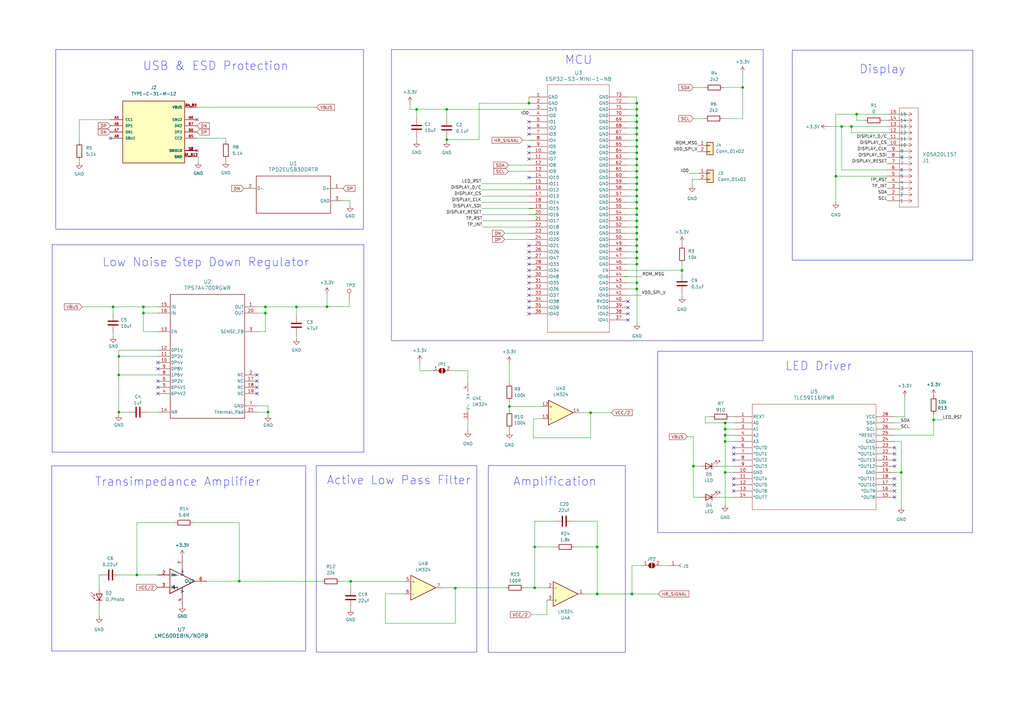
<source format=kicad_sch>
(kicad_sch (version 20230121) (generator eeschema)
  (paper "A3")
  (title_block (title "Optical Pulseoximeter") (date "2024-10-31") (rev "V1") (company "Iiro Karppanen"))
  (junction (at 261.1842 44.864))
  (junction (at 48.7133 153.7904))
  (junction (at 108.8641 128.3904))
  (junction (at 244.9425 243.6133))
  (junction (at 261.1842 105.824))
  (junction (at 56.151 235.821))
  (junction (at 134.1278 125.7657))
  (junction (at 143.8185 238.4423))
  (junction (at 46.3694 125.8588))
  (junction (at 261.1842 80.424))
  (junction (at 297.4097 181.0665))
  (junction (at 121.5838 125.8504))
  (junction (at 351.3375 46.8137))
  (junction (at 183.2333 57.2561))
  (junction (at 261.1842 118.524))
  (junction (at 170.8832 44.8748))
  (junction (at 261.1842 85.504))
  (junction (at 261.1842 57.564))
  (junction (at 261.1842 60.104))
  (junction (at 98.1497 238.361))
  (junction (at 261.1842 115.984))
  (junction (at 261.1842 88.044))
  (junction (at 183.1795 44.8748))
  (junction (at 261.1842 49.944))
  (junction (at 304.582 35.8717))
  (junction (at 382.9143 172.2212))
  (junction (at 48.7586 146.1704))
  (junction (at 297.4166 173.4465))
  (junction (at 219.2905 241.0837))
  (junction (at 261.1842 98.204))
  (junction (at 108.8641 125.8504))
  (junction (at 261.1842 95.664))
  (junction (at 242.2241 169.2515))
  (junction (at 297.4097 178.5265))
  (junction (at 261.1842 72.804))
  (junction (at 109.9353 169.0304))
  (junction (at 261.1842 52.484))
  (junction (at 261.1842 62.644))
  (junction (at 261.1842 82.964))
  (junction (at 261.1842 75.344))
  (junction (at 297.4166 175.9865))
  (junction (at 216.9387 42.324))
  (junction (at 261.1842 55.024))
  (junction (at 208.9278 166.7115))
  (junction (at 244.9425 224.3258))
  (junction (at 284.3879 191.2063))
  (junction (at 261.1842 93.124))
  (junction (at 261.1842 65.184))
  (junction (at 342.8249 72.2525))
  (junction (at 58.8299 125.8504))
  (junction (at 261.1842 77.884))
  (junction (at 186.767 241.2428))
  (junction (at 261.1842 108.364))
  (junction (at 261.1842 42.324))
  (junction (at 58.8299 128.3904))
  (junction (at 219.2905 224.3258))
  (junction (at 279.7257 110.9059))
  (junction (at 261.1842 103.284))
  (junction (at 261.1842 100.744))
  (junction (at 259.2037 243.6133))
  (junction (at 48.7133 169.0369))
  (junction (at 369.6496 193.7665))
  (junction (at 297.4097 193.7665))
  (junction (at 261.1842 67.724))
  (junction (at 261.1842 47.404))
  (junction (at 345.1975 51.8813))
  (junction (at 349.2251 51.8813))
  (junction (at 261.1842 70.264))
  (junction (at 261.1842 90.584))
  (no_connect (at 80.8516 61.7685))
  (no_connect (at 257.5787 123.604))
  (no_connect (at 366.9182 186.1416))
  (no_connect (at 216.9387 110.904))
  (no_connect (at 216.9387 65.184))
  (no_connect (at 216.9387 100.744))
  (no_connect (at 64.7551 156.3304))
  (no_connect (at 300.8782 198.8465))
  (no_connect (at 105.3951 156.3304))
  (no_connect (at 366.9182 203.9333))
  (no_connect (at 64.7551 158.8704))
  (no_connect (at 64.7551 148.7104))
  (no_connect (at 64.7551 161.4104))
  (no_connect (at 216.9387 105.824))
  (no_connect (at 366.9182 198.8465))
  (no_connect (at 366.9182 201.3865))
  (no_connect (at 300.8782 186.1465))
  (no_connect (at 64.7551 151.2504))
  (no_connect (at 366.9182 191.2265))
  (no_connect (at 216.9387 103.284))
  (no_connect (at 366.9182 183.6065))
  (no_connect (at 300.8782 183.6065))
  (no_connect (at 216.9387 72.804))
  (no_connect (at 216.9387 55.024))
  (no_connect (at 216.9387 60.104))
  (no_connect (at 257.5787 131.224))
  (no_connect (at 216.9387 108.364))
  (no_connect (at 105.3951 153.7904))
  (no_connect (at 216.9387 49.944))
  (no_connect (at 216.9387 62.644))
  (no_connect (at 366.9182 196.3065))
  (no_connect (at 300.8782 201.3865))
  (no_connect (at 105.3951 161.4104))
  (no_connect (at 216.9387 113.444))
  (no_connect (at 216.9387 52.484))
  (no_connect (at 105.3951 158.8704))
  (no_connect (at 216.9387 128.684))
  (no_connect (at 80.8516 49.0685))
  (no_connect (at 257.5787 126.144))
  (no_connect (at 216.9387 118.524))
  (no_connect (at 216.9387 123.604))
  (no_connect (at 216.9387 115.984))
  (no_connect (at 45.2916 56.6885))
  (no_connect (at 366.9182 188.6865))
  (no_connect (at 216.9387 126.144))
  (no_connect (at 216.9387 121.064))
  (no_connect (at 257.5787 128.684))
  (no_connect (at 300.8782 188.6865))
  (no_connect (at 300.8782 196.3065))
  (wire (pts (xy 304.582 29.9313) (xy 304.582 35.8717)))
  (wire (pts (xy 196.4965 57.2561) (xy 183.2333 57.2561)))
  (wire (pts (xy 242.2241 169.2515) (xy 250.7478 169.2515)))
  (wire (pts (xy 170.8832 44.8748) (xy 183.1795 44.8748)))
  (wire (pts (xy 242.2241 179.5868) (xy 242.2241 169.2515)))
  (wire (pts (xy 289.2755 173.4465) (xy 297.4166 173.4465)))
  (wire (pts (xy 257.5787 110.9059) (xy 257.5787 110.904)))
  (wire (pts (xy 183.2333 57.2561) (xy 183.2333 57.9183)))
  (wire (pts (xy 185.1187 152.0396) (xy 191.9046 152.0396)))
  (wire (pts (xy 56.151 235.821) (xy 56.151 233.0234)))
  (wire (pts (xy 191.9063 154.758) (xy 191.9063 157.0063)))
  (wire (pts (xy 260.6138 121.064) (xy 257.5787 121.064)))
  (wire (pts (xy 158.065 243.5785) (xy 165.9622 243.5785)))
  (wire (pts (xy 183.2333 56.2725) (xy 183.1963 56.2725)))
  (wire (pts (xy 261.1842 47.404) (xy 261.1842 49.944)))
  (wire (pts (xy 143.5596 82.3656) (xy 140.6714 82.3656)))
  (wire (pts (xy 186.767 241.0431) (xy 181.2022 241.0431)))
  (wire (pts (xy 257.5787 49.944) (xy 261.1842 49.944)))
  (wire (pts (xy 183.1795 44.8748) (xy 183.1795 47.6239)))
  (wire (pts (xy 250.7478 169.2034) (xy 250.7478 169.2515)))
  (wire (pts (xy 143.8185 248.9483) (xy 143.8185 249.916)))
  (wire (pts (xy 208.9278 164.7136) (xy 208.9278 166.7115)))
  (wire (pts (xy 208.8701 148.8274) (xy 208.8701 157.0936)))
  (wire (pts (xy 345.1975 69.6875) (xy 363.8524 69.6875)))
  (wire (pts (xy 297.4097 193.7665) (xy 300.8782 193.7665)))
  (wire (pts (xy 58.8299 125.8504) (xy 46.3694 125.8504)))
  (wire (pts (xy 300.8782 170.8998) (xy 300.8782 170.9065)))
  (wire (pts (xy 207.0132 95.6653) (xy 212.5152 95.6653)))
  (wire (pts (xy 64.7551 143.6304) (xy 48.7586 143.6304)))
  (wire (pts (xy 261.1842 77.884) (xy 261.1842 80.424)))
  (wire (pts (xy 105.3951 128.3904) (xy 108.8641 128.3904)))
  (wire (pts (xy 244.9425 213.744) (xy 244.9425 224.3258)))
  (wire (pts (xy 283.8818 76.14) (xy 283.8818 73.5691)))
  (wire (pts (xy 64.7551 125.8504) (xy 58.8299 125.8504)))
  (wire (pts (xy 108.8641 128.3904) (xy 108.8641 125.8504)))
  (wire (pts (xy 98.1497 238.361) (xy 84.9121 238.361)))
  (wire (pts (xy 197.5134 77.883) (xy 210.9931 77.883)))
  (wire (pts (xy 261.1842 118.524) (xy 257.5787 118.524)))
  (wire (pts (xy 81.3166 64.3085) (xy 80.8516 64.3085)))
  (wire (pts (xy 284.3666 35.9015) (xy 284.3666 35.9029)))
  (wire (pts (xy 274.2179 231.9704) (xy 271.1118 231.9704)))
  (wire (pts (xy 64.5921 235.821) (xy 56.151 235.821)))
  (wire (pts (xy 219.2905 224.3258) (xy 228.0031 224.3258)))
  (wire (pts (xy 283.8818 73.5691) (xy 286.1441 73.5691)))
  (wire (pts (xy 208.8701 157.0936) (xy 208.9133 157.0936)))
  (wire (pts (xy 371.0703 162.7995) (xy 371.0703 170.9065)))
  (wire (pts (xy 244.9425 243.6133) (xy 259.2037 243.6133)))
  (wire (pts (xy 103.0887 316.401) (xy 110.3485 316.401)))
  (wire (pts (xy 47.2087 318.9628) (xy 47.2087 318.9478)))
  (wire (pts (xy 284.3879 203.9416) (xy 286.9263 203.9416)))
  (wire (pts (xy 221.1531 88.044) (xy 216.9387 88.044)))
  (wire (pts (xy 170.8832 48.4341) (xy 170.8798 48.4341)))
  (wire (pts (xy 304.582 35.8717) (xy 304.582 48.6085)))
  (wire (pts (xy 210.9931 77.884) (xy 216.9387 77.884)))
  (wire (pts (xy 279.7389 120.1696) (xy 279.7257 120.1696)))
  (wire (pts (xy 261.1842 103.284) (xy 261.1842 105.824)))
  (wire (pts (xy 47.2087 321.4876) (xy 47.2087 321.4878)))
  (wire (pts (xy 106.3852 238.361) (xy 98.1497 238.361)))
  (wire (pts (xy 44.102 318.9628) (xy 47.2087 318.9628)))
  (wire (pts (xy 143.8185 238.4423) (xy 165.9622 238.4423)))
  (wire (pts (xy 48.7133 153.7904) (xy 48.7133 146.1704)))
  (wire (pts (xy 224.3372 246.1533) (xy 224.3372 252.0633)))
  (wire (pts (xy 261.2556 118.524) (xy 261.1842 118.524)))
  (wire (pts (xy 285.1185 71.0329) (xy 285.1185 71.0291)))
  (wire (pts (xy 261.1842 55.024) (xy 261.1842 57.564)))
  (wire (pts (xy 48.7133 153.7904) (xy 48.7133 169.0369)))
  (wire (pts (xy 304.582 48.6085) (xy 296.4934 48.6085)))
  (wire (pts (xy 257.5787 115.984) (xy 261.1842 115.984)))
  (wire (pts (xy 212.5152 95.6653) (xy 212.5152 95.664)))
  (wire (pts (xy 261.1842 105.824) (xy 261.1842 108.364)))
  (wire (pts (xy 197.8943 93.1111) (xy 199.8206 93.1111)))
  (wire (pts (xy 257.5787 44.864) (xy 261.1842 44.864)))
  (wire (pts (xy 64.7551 153.7904) (xy 48.7133 153.7904)))
  (wire (pts (xy 261.1842 57.564) (xy 261.1842 60.104)))
  (wire (pts (xy 386.5989 172.2212) (xy 386.5989 172.2059)))
  (wire (pts (xy 37.7186 321.4876) (xy 30.8264 321.4876)))
  (wire (pts (xy 216.9387 42.324) (xy 196.4965 42.324)))
  (wire (pts (xy 255.8609 113.4534) (xy 255.8609 113.444)))
  (wire (pts (xy 109.9353 169.0304) (xy 109.9353 170.265)))
  (wire (pts (xy 261.1842 98.204) (xy 261.1842 100.744)))
  (wire (pts (xy 27.1007 321.4801) (xy 30.8264 321.4801)))
  (wire (pts (xy 143.8185 238.4423) (xy 143.8185 241.3283)))
  (wire (pts (xy 109.9353 166.4904) (xy 109.9353 169.0304)))
  (wire (pts (xy 45.3386 321.4876) (xy 47.2087 321.4876)))
  (wire (pts (xy 382.9143 178.5265) (xy 382.9143 172.2212)))
  (wire (pts (xy 105.3951 169.0304) (xy 109.9353 169.0304)))
  (wire (pts (xy 214.3331 57.5556) (xy 218.7564 57.5556)))
  (wire (pts (xy 366.9182 203.9333) (xy 366.9182 203.9265)))
  (wire (pts (xy 103.0887 316.401) (xy 103.0887 316.4078)))
  (wire (pts (xy 216.0731 82.964) (xy 216.9387 82.964)))
  (wire (pts (xy 300.8782 181.0665) (xy 297.4097 181.0665)))
  (wire (pts (xy 257.5787 62.644) (xy 261.1842 62.644)))
  (wire (pts (xy 261.1842 67.724) (xy 261.1842 70.264)))
  (wire (pts (xy 215.0353 241.0837) (xy 215.0353 241.068)))
  (wire (pts (xy 239.5772 243.6133) (xy 244.9425 243.6133)))
  (wire (pts (xy 366.9182 173.4523) (xy 366.9182 173.4465)))
  (wire (pts (xy 183.2333 56.2725) (xy 183.2333 57.2561)))
  (wire (pts (xy 218.7564 57.5556) (xy 218.7564 57.564)))
  (wire (pts (xy 382.9143 172.2212) (xy 382.9143 169.9302)))
  (wire (pts (xy 342.8249 72.2525) (xy 363.8524 72.2525)))
  (wire (pts (xy 261.1842 80.424) (xy 261.1842 82.964)))
  (wire (pts (xy 170.8647 56.0541) (xy 170.8798 56.0541)))
  (wire (pts (xy 369.3801 175.9923) (xy 366.9182 175.9923)))
  (wire (pts (xy 261.1842 44.864) (xy 261.1842 47.404)))
  (wire (pts (xy 110.3485 312.0473) (xy 110.3485 316.401)))
  (wire (pts (xy 58.8299 136.0104) (xy 64.7551 136.0104)))
  (wire (pts (xy 64.7551 128.3904) (xy 58.8299 128.3904)))
  (wire (pts (xy 289.2755 170.8998) (xy 289.2755 173.4465)))
  (wire (pts (xy 168.1659 42.3389) (xy 168.1659 44.8748)))
  (wire (pts (xy 359.4934 51.8937) (xy 359.4934 51.8813)))
  (wire (pts (xy 210.9931 77.883) (xy 210.9931 77.884)))
  (wire (pts (xy 48.7586 146.1704) (xy 64.7551 146.1704)))
  (wire (pts (xy 284.3879 191.2063) (xy 286.8733 191.2063)))
  (wire (pts (xy 56.151 233.0234) (xy 56.1567 233.0234)))
  (wire (pts (xy 304.582 35.8717) (xy 296.7244 35.8717)))
  (wire (pts (xy 257.5787 80.424) (xy 261.1842 80.424)))
  (wire (pts (xy 257.5787 108.364) (xy 261.1842 108.364)))
  (wire (pts (xy 279.7257 110.9059) (xy 279.7257 112.5496)))
  (wire (pts (xy 105.3951 125.8504) (xy 108.8641 125.8504)))
  (wire (pts (xy 206.9606 98.2009) (xy 209.9752 98.2009)))
  (wire (pts (xy 106.3852 238.3706) (xy 106.3852 238.361)))
  (wire (pts (xy 218.6131 85.504) (xy 216.9387 85.504)))
  (wire (pts (xy 359.4934 51.8937) (xy 363.8524 51.8937)))
  (wire (pts (xy 345.1975 51.8813) (xy 339.3612 51.8813)))
  (wire (pts (xy 212.5152 95.664) (xy 216.9387 95.664)))
  (wire (pts (xy 349.2251 51.8813) (xy 345.1975 51.8813)))
  (wire (pts (xy 257.5787 39.784) (xy 261.1842 39.784)))
  (wire (pts (xy 218.6131 85.503) (xy 218.6131 85.504)))
  (wire (pts (xy 257.5787 105.824) (xy 261.1842 105.824)))
  (wire (pts (xy 199.8206 93.124) (xy 216.9387 93.124)))
  (wire (pts (xy 342.8249 72.2525) (xy 342.8249 82.833)))
  (wire (pts (xy 208.9418 176.0327) (xy 208.9278 176.0327)))
  (wire (pts (xy 202.3606 90.584) (xy 216.9387 90.584)))
  (wire (pts (xy 297.4097 178.5265) (xy 297.4097 181.0665)))
  (wire (pts (xy 186.8003 241.068) (xy 186.8003 241.2428)))
  (wire (pts (xy 294.5463 203.9265) (xy 294.5463 203.9416)))
  (wire (pts (xy 369.6496 193.7665) (xy 369.6496 181.0665)))
  (wire (pts (xy 86.8803 44.0175) (xy 129.8929 44.0175)))
  (wire (pts (xy 300.8782 191.2063) (xy 300.8782 191.2265)))
  (wire (pts (xy 217.9286 252.0633) (xy 224.3372 252.0633)))
  (wire (pts (xy 261.1842 85.504) (xy 261.1842 88.044)))
  (wire (pts (xy 208.9278 166.7115) (xy 208.9278 168.4127)))
  (wire (pts (xy 191.9063 172.2463) (xy 191.9063 176.75)))
  (wire (pts (xy 92.6324 66.2123) (xy 92.6335 66.2123)))
  (wire (pts (xy 105.9117 321.687) (xy 105.9117 318.9478)))
  (wire (pts (xy 261.1842 75.344) (xy 261.1842 77.884)))
  (wire (pts (xy 261.1842 39.784) (xy 261.1842 42.324)))
  (wire (pts (xy 257.5787 100.744) (xy 261.1842 100.744)))
  (wire (pts (xy 216.9387 39.784) (xy 216.9387 42.324)))
  (wire (pts (xy 186.767 241.2428) (xy 186.767 255.6768)))
  (wire (pts (xy 187.9021 44.864) (xy 216.9387 44.864)))
  (wire (pts (xy 139.5295 238.4423) (xy 143.8185 238.4423)))
  (wire (pts (xy 170.8832 44.8748) (xy 170.8832 48.4341)))
  (wire (pts (xy 49.1732 235.821) (xy 49.1732 235.8135)))
  (wire (pts (xy 209.9752 98.204) (xy 216.9387 98.204)))
  (wire (pts (xy 296.7244 35.8717) (xy 296.7244 35.9015)))
  (wire (pts (xy 263.4918 231.9448) (xy 259.2037 231.9448)))
  (wire (pts (xy 48.7586 143.6304) (xy 48.7586 146.1704)))
  (wire (pts (xy 165.9622 238.4423) (xy 165.9622 238.5031)))
  (wire (pts (xy 32.5341 65.7912) (xy 32.5274 65.7912)))
  (wire (pts (xy 47.2087 316.4078) (xy 35.0058 316.4078)))
  (wire (pts (xy 33.6724 125.8588) (xy 33.6724 125.8382)))
  (wire (pts (xy 237.6333 169.2515) (xy 242.2241 169.2515)))
  (wire (pts (xy 261.2556 132.5381) (xy 261.2556 118.524)))
  (wire (pts (xy 208.4753 70.2619) (xy 211.0639 70.2619)))
  (wire (pts (xy 369.3801 173.4523) (xy 366.9182 173.4523)))
  (wire (pts (xy 261.1842 72.804) (xy 261.1842 75.344)))
  (wire (pts (xy 257.5787 110.9059) (xy 279.7257 110.9059)))
  (wire (pts (xy 261.1842 115.984) (xy 261.1842 118.524)))
  (wire (pts (xy 40.6624 235.8135) (xy 40.6624 241.0652)))
  (wire (pts (xy 134.1278 120.5199) (xy 134.1278 125.7657)))
  (wire (pts (xy 86.8803 43.9885) (xy 80.8516 43.9885)))
  (wire (pts (xy 168.1659 44.8748) (xy 170.8832 44.8748)))
  (wire (pts (xy 48.6684 169.0369) (xy 48.6684 170.095)))
  (wire (pts (xy 227.6128 213.744) (xy 219.2905 213.744)))
  (wire (pts (xy 300.8782 175.9865) (xy 297.4166 175.9865)))
  (wire (pts (xy 197.5134 82.963) (xy 216.0731 82.963)))
  (wire (pts (xy 158.065 255.6768) (xy 186.767 255.6768)))
  (wire (pts (xy 208.4753 67.7219) (xy 213.6039 67.7219)))
  (wire (pts (xy 261.1842 62.644) (xy 261.1842 65.184)))
  (wire (pts (xy 23.8813 310.6878) (xy 23.8813 316.4266)))
  (wire (pts (xy 45.2916 49.0685) (xy 32.5274 49.0685)))
  (wire (pts (xy 219.2905 241.0837) (xy 224.3372 241.0837)))
  (wire (pts (xy 71.6325 214.3593) (xy 56.1567 214.3593)))
  (wire (pts (xy 257.5787 88.044) (xy 261.1842 88.044)))
  (wire (pts (xy 143.2314 122.6224) (xy 143.2314 125.7657)))
  (wire (pts (xy 285.1185 71.0291) (xy 286.1441 71.0291)))
  (wire (pts (xy 121.6208 138.8796) (xy 121.6208 137.2338)))
  (wire (pts (xy 80.8516 56.6885) (xy 92.6324 56.6885)))
  (wire (pts (xy 196.4965 42.324) (xy 196.4965 57.2561)))
  (wire (pts (xy 219.2905 224.3258) (xy 219.2905 241.0837)))
  (wire (pts (xy 222.3933 171.7915) (xy 218.7641 171.7915)))
  (wire (pts (xy 46.4064 137.9599) (xy 46.4064 136.3141)))
  (wire (pts (xy 221.1531 88.043) (xy 221.1531 88.044)))
  (wire (pts (xy 213.5331 80.423) (xy 213.5331 80.424)))
  (wire (pts (xy 41.5532 235.8135) (xy 40.6624 235.8135)))
  (wire (pts (xy 363.8524 72.2525) (xy 363.8524 72.2137)))
  (wire (pts (xy 108.8641 136.0104) (xy 108.8641 128.3904)))
  (wire (pts (xy 261.1842 93.124) (xy 261.1842 95.664)))
  (wire (pts (xy 216.0731 82.963) (xy 216.0731 82.964)))
  (wire (pts (xy 257.5787 82.964) (xy 261.1842 82.964)))
  (wire (pts (xy 257.5787 67.724) (xy 261.1842 67.724)))
  (wire (pts (xy 211.0639 70.2619) (xy 211.0639 70.264)))
  (wire (pts (xy 244.9425 224.3258) (xy 244.9425 243.6133)))
  (wire (pts (xy 294.4933 191.2063) (xy 300.8782 191.2063)))
  (wire (pts (xy 134.1278 125.7657) (xy 143.2314 125.7657)))
  (wire (pts (xy 23.8813 316.4266) (xy 27.3858 316.4266)))
  (wire (pts (xy 121.6208 137.2338) (xy 121.5838 137.2338)))
  (wire (pts (xy 58.8299 128.3904) (xy 58.8299 136.0104)))
  (wire (pts (xy 261.1842 88.044) (xy 261.1842 90.584)))
  (wire (pts (xy 58.8299 125.8504) (xy 58.8299 128.3904)))
  (wire (pts (xy 257.5787 65.184) (xy 261.1842 65.184)))
  (wire (pts (xy 170.8647 57.8462) (xy 170.8647 56.0541)))
  (wire (pts (xy 218.7564 57.564) (xy 216.9387 57.564)))
  (wire (pts (xy 158.065 243.5785) (xy 158.065 255.6768)))
  (wire (pts (xy 56.1567 214.3593) (xy 56.1567 233.0234)))
  (wire (pts (xy 235.2328 213.744) (xy 244.9425 213.744)))
  (wire (pts (xy 284.3666 48.6085) (xy 284.3666 48.6029)))
  (wire (pts (xy 281.857 179.1064) (xy 284.3879 179.1064)))
  (wire (pts (xy 257.5787 57.564) (xy 261.1842 57.564)))
  (wire (pts (xy 257.5787 75.344) (xy 261.1842 75.344)))
  (wire (pts (xy 257.5787 85.504) (xy 261.1842 85.504)))
  (wire (pts (xy 261.1842 108.364) (xy 261.1842 115.984)))
  (wire (pts (xy 208.9278 164.7136) (xy 208.9133 164.7136)))
  (wire (pts (xy 56.151 235.821) (xy 49.1732 235.821)))
  (wire (pts (xy 371.0703 170.9065) (xy 366.9182 170.9065)))
  (wire (pts (xy 345.1975 69.6875) (xy 345.1975 51.8813)))
  (wire (pts (xy 218.7641 179.5868) (xy 242.2241 179.5868)))
  (wire (pts (xy 259.2037 243.6142) (xy 259.2037 243.6133)))
  (wire (pts (xy 105.9117 318.9478) (xy 103.0887 318.9478)))
  (wire (pts (xy 261.1842 65.184) (xy 261.1842 67.724)))
  (wire (pts (xy 261.1842 52.484) (xy 261.1842 55.024)))
  (wire (pts (xy 81.3166 64.3085) (xy 81.3166 66.4211)))
  (wire (pts (xy 165.9622 243.5785) (xy 165.9622 243.5831)))
  (wire (pts (xy 108.8641 125.8504) (xy 121.5838 125.8504)))
  (wire (pts (xy 261.1842 82.964) (xy 261.1842 85.504)))
  (wire (pts (xy 284.3879 191.2063) (xy 284.3879 203.9416)))
  (wire (pts (xy 363.8524 49.3537) (xy 362.208 49.3537)))
  (wire (pts (xy 369.6496 207.9818) (xy 369.6496 193.7665)))
  (wire (pts (xy 366.9182 186.1416) (xy 366.9182 186.1465)))
  (wire (pts (xy 46.4064 136.3141) (xy 46.3694 136.3141)))
  (wire (pts (xy 32.5341 66.6939) (xy 32.5341 65.7912)))
  (wire (pts (xy 92.6324 65.4275) (xy 92.6324 66.2123)))
  (wire (pts (xy 297.4166 173.4465) (xy 297.4166 175.9865)))
  (wire (pts (xy 191.9046 152.0396) (xy 191.9046 154.758)))
  (wire (pts (xy 351.3375 49.3556) (xy 351.3375 46.8137)))
  (wire (pts (xy 349.2251 54.4337) (xy 349.2251 51.8813)))
  (wire (pts (xy 92.6324 56.6885) (xy 92.6324 57.8075)))
  (wire (pts (xy 30.8264 321.4876) (xy 30.8264 321.4801)))
  (wire (pts (xy 105.3951 166.4904) (xy 109.9353 166.4904)))
  (wire (pts (xy 183.1795 47.6239) (xy 183.1963 47.6239)))
  (wire (pts (xy 257.5787 47.404) (xy 261.1842 47.404)))
  (wire (pts (xy 291.8242 170.8998) (xy 289.2755 170.8998)))
  (wire (pts (xy 342.8249 46.8137) (xy 342.8249 72.2525)))
  (wire (pts (xy 46.3694 125.8588) (xy 46.3694 128.6941)))
  (wire (pts (xy 382.9143 172.2212) (xy 386.5989 172.2212)))
  (wire (pts (xy 261.1842 90.584) (xy 261.1842 93.124)))
  (wire (pts (xy 288.8734 48.6085) (xy 284.3666 48.6085)))
  (wire (pts (xy 213.6039 67.724) (xy 216.9387 67.724)))
  (wire (pts (xy 369.6496 181.0665) (xy 366.9182 181.0665)))
  (wire (pts (xy 199.8206 93.1111) (xy 199.8206 93.124)))
  (wire (pts (xy 257.5787 55.024) (xy 261.1842 55.024)))
  (wire (pts (xy 297.4097 175.9865) (xy 297.4097 178.5265)))
  (wire (pts (xy 46.3694 125.8504) (xy 46.3694 125.8588)))
  (wire (pts (xy 261.1842 60.104) (xy 261.1842 62.644)))
  (wire (pts (xy 121.5838 125.8504) (xy 134.1278 125.8504)))
  (wire (pts (xy 105.3951 136.0104) (xy 108.8641 136.0104)))
  (wire (pts (xy 362.208 49.3537) (xy 362.208 49.3556)))
  (wire (pts (xy 197.5134 80.423) (xy 213.5331 80.423)))
  (wire (pts (xy 284.3879 179.1064) (xy 284.3879 191.2063)))
  (wire (pts (xy 131.9095 238.4423) (xy 123.7292 238.4423)))
  (wire (pts (xy 186.767 241.0431) (xy 186.767 241.2428)))
  (wire (pts (xy 35.0058 316.4078) (xy 35.0058 316.4266)))
  (wire (pts (xy 143.5596 84.2961) (xy 143.5596 82.3656)))
  (wire (pts (xy 261.1842 49.944) (xy 261.1842 52.484)))
  (wire (pts (xy 224.3372 241.0837) (xy 224.3372 241.0733)))
  (wire (pts (xy 259.2037 231.9448) (xy 259.2037 243.6133)))
  (wire (pts (xy 215.5906 75.345) (xy 215.5906 75.344)))
  (wire (pts (xy 261.1842 95.664) (xy 261.1842 98.204)))
  (wire (pts (xy 261.1842 100.744) (xy 261.1842 103.284)))
  (wire (pts (xy 197.8943 90.5711) (xy 202.3606 90.5711)))
  (wire (pts (xy 186.8003 241.2428) (xy 186.767 241.2428)))
  (wire (pts (xy 197.5134 85.503) (xy 218.6131 85.503)))
  (wire (pts (xy 207.4153 241.068) (xy 186.8003 241.068)))
  (wire (pts (xy 46.3694 125.8588) (xy 33.6724 125.8588)))
  (wire (pts (xy 257.5787 103.284) (xy 261.1842 103.284)))
  (wire (pts (xy 187.9021 44.8748) (xy 183.1795 44.8748)))
  (wire (pts (xy 121.5838 125.8504) (xy 121.5838 129.6138)))
  (wire (pts (xy 263.1538 121.0633) (xy 260.6138 121.0633)))
  (wire (pts (xy 271.1118 231.9704) (xy 271.1118 231.9448)))
  (wire (pts (xy 289.1044 35.9015) (xy 284.3666 35.9015)))
  (wire (pts (xy 366.9182 175.9923) (xy 366.9182 175.9865)))
  (wire (pts (xy 297.4097 181.0665) (xy 297.4097 193.7665)))
  (wire (pts (xy 369.6496 193.7665) (xy 366.9182 193.7665)))
  (wire (pts (xy 79.2525 214.3593) (xy 98.1497 214.3593)))
  (wire (pts (xy 257.5787 93.124) (xy 261.1842 93.124)))
  (wire (pts (xy 257.5787 52.484) (xy 261.1842 52.484)))
  (wire (pts (xy 123.7292 238.4423) (xy 123.7292 238.3706)))
  (wire (pts (xy 134.1278 125.7657) (xy 134.1278 125.8504)))
  (wire (pts (xy 279.73 99.6884) (xy 279.73 100.4915)))
  (wire (pts (xy 282.5482 71.0329) (xy 285.1185 71.0329)))
  (wire (pts (xy 123.7292 238.3706) (xy 106.3852 238.3706)))
  (wire (pts (xy 255.8609 113.444) (xy 257.5787 113.444)))
  (wire (pts (xy 48.7133 146.1704) (xy 48.7586 146.1704)))
  (wire (pts (xy 299.4442 170.8998) (xy 300.8782 170.8998)))
  (wire (pts (xy 60.3989 169.0304) (xy 60.3989 169.0369)))
  (wire (pts (xy 279.7389 121.6304) (xy 279.7389 120.1696)))
  (wire (pts (xy 211.0639 70.264) (xy 216.9387 70.264)))
  (wire (pts (xy 48.7133 169.0369) (xy 48.6684 169.0369)))
  (wire (pts (xy 297.4166 175.9865) (xy 297.4097 175.9865)))
  (wire (pts (xy 257.5787 95.664) (xy 261.1842 95.664)))
  (wire (pts (xy 213.5331 80.424) (xy 216.9387 80.424)))
  (wire (pts (xy 218.7641 171.7915) (xy 218.7641 179.5868)))
  (wire (pts (xy 351.3375 46.8137) (xy 342.8249 46.8137)))
  (wire (pts (xy 257.5787 60.104) (xy 261.1842 60.104)))
  (wire (pts (xy 183.1963 47.6239) (xy 183.1963 48.6525)))
  (wire (pts (xy 257.5787 42.324) (xy 261.1842 42.324)))
  (wire (pts (xy 32.5274 49.0685) (xy 32.5274 58.1712)))
  (wire (pts (xy 191.9046 154.758) (xy 191.9063 154.758)))
  (wire (pts (xy 300.8782 203.9265) (xy 294.5463 203.9265)))
  (wire (pts (xy 222.3933 166.7115) (xy 208.9278 166.7115)))
  (wire (pts (xy 363.8524 69.6737) (xy 363.8524 69.6875)))
  (wire (pts (xy 349.2251 51.8813) (xy 359.4934 51.8813)))
  (wire (pts (xy 257.5787 90.584) (xy 261.1842 90.584)))
  (wire (pts (xy 279.73 108.1115) (xy 279.73 110.9059)))
  (wire (pts (xy 197.5134 88.043) (xy 221.1531 88.043)))
  (wire (pts (xy 354.588 49.3556) (xy 351.3375 49.3556)))
  (wire (pts (xy 297.4097 207.1516) (xy 297.4097 193.7665)))
  (wire (pts (xy 263.3788 113.4534) (xy 255.8609 113.4534)))
  (wire (pts (xy 235.6231 224.3258) (xy 244.9425 224.3258)))
  (wire (pts (xy 40.6624 252.8599) (xy 40.6624 248.6852)))
  (wire (pts (xy 257.5787 98.204) (xy 261.1842 98.204)))
  (wire (pts (xy 172.1466 152.0396) (xy 172.1466 148.3585)))
  (wire (pts (xy 177.4987 152.0396) (xy 172.1466 152.0396)))
  (wire (pts (xy 257.5787 77.884) (xy 261.1842 77.884)))
  (wire (pts (xy 213.6039 67.7219) (xy 213.6039 67.724)))
  (wire (pts (xy 300.8782 173.4465) (xy 297.4166 173.4465)))
  (wire (pts (xy 279.73 110.9059) (xy 279.7257 110.9059)))
  (wire (pts (xy 209.9752 98.2009) (xy 209.9752 98.204)))
  (wire (pts (xy 257.5787 72.804) (xy 261.1842 72.804)))
  (wire (pts (xy 349.2251 54.4337) (xy 363.8524 54.4337)))
  (wire (pts (xy 208.9418 177.1667) (xy 208.9418 176.0327)))
  (wire (pts (xy 52.7789 169.0369) (xy 48.7133 169.0369)))
  (wire (pts (xy 219.2905 213.744) (xy 219.2905 224.3258)))
  (wire (pts (xy 215.5906 75.344) (xy 216.9387 75.344)))
  (wire (pts (xy 197.4631 75.345) (xy 215.5906 75.345)))
  (wire (pts (xy 215.0353 241.0837) (xy 219.2905 241.0837)))
  (wire (pts (xy 270.0403 243.6142) (xy 259.2037 243.6142)))
  (wire (pts (xy 64.7551 169.0304) (xy 60.3989 169.0304)))
  (wire (pts (xy 257.5787 70.264) (xy 261.1842 70.264)))
  (wire (pts (xy 261.1842 70.264) (xy 261.1842 72.804)))
  (wire (pts (xy 260.6138 121.0633) (xy 260.6138 121.064)))
  (wire (pts (xy 261.1842 42.324) (xy 261.1842 44.864)))
  (wire (pts (xy 202.3606 90.5711) (xy 202.3606 90.584)))
  (wire (pts (xy 98.1497 214.3593) (xy 98.1497 238.361)))
  (wire (pts (xy 366.9182 178.5265) (xy 382.9143 178.5265)))
  (wire (pts (xy 300.8782 178.5265) (xy 297.4097 178.5265)))
  (wire (pts (xy 187.9021 44.864) (xy 187.9021 44.8748)))
  (wire (pts (xy 86.8803 44.0175) (xy 86.8803 43.9885)))
  (wire (pts (xy 363.8524 46.8137) (xy 351.3375 46.8137)))
  (rectangle (start 324.9383 20.5699) (end 399.0084 106.68))
  (rectangle (start 269.7953 144.0466) (end 398.8396 218.44))
  (rectangle (start 21.2241 191.0834) (end 125.3641 267.0156))
  (rectangle (start 129.7539 191.0421) (end 195.58 267.4461))
  (rectangle (start 21.3819 100.3406) (end 149.2512 185.42))
  (rectangle (start 160.5612 20.32) (end 312.9838 139.7))
  (rectangle (start 22.86 20.3365) (end 149.084 93.98))
  (rectangle (start 200.2897 190.9593) (end 256.495 267.5829))
  (label "VDD_SPI_V" (at 286.1219 62.1984 180))
  (label "DISPLAY_RESET" (at 363.8524 67.1337 180))
  (label "DISPLAY_CLK" (at 197.5134 82.963 180))
  (label "TP_INT" (at 197.8943 93.1111 180))
  (label "SCL" (at 369.3801 175.9923 0))
  (label "IO0" (at 282.5482 71.0329 180))
  (label "SDA" (at 369.3801 173.4523 0))
  (label "DISPLAY_SDI" (at 363.8524 64.5937 180))
  (label "TP_RST" (at 363.8524 74.7537 180))
  (label "DISPLAY_SDI" (at 197.5134 85.503 180))
  (label "LED_RST" (at 386.5989 172.2059 0))
  (label "IO0" (at 216.9387 47.404 180))
  (label "Transimpedance Amplifier" (at 38.8758 200.4882 0) (effects (font (size 3.5 3.5))))
  (label "Active Low Pass Filter" (at 133.9555 199.858 0) (effects (font (size 3.5 3.5))))
  (label "TP_INT" (at 363.8524 77.2937 180))
  (label "Amplification" (at 210.3891 200.4 0) (effects (font (size 3.5 3.5))))
  (label "VDD_SPI_V" (at 263.1538 121.0633 0))
  (label "Low Noise Step Down Regulator" (at 41.8986 110.4546 0) (effects (font (size 3.5 3.5))))
  (label "MCU" (at 231.6133 27.4795 0) (effects (font (size 3.5 3.5))))
  (label "SDA" (at 363.8524 79.8337 180))
  (label "DISPLAY_CS" (at 363.8524 59.5137 180))
  (label "TP_RST" (at 197.8943 90.5711 180))
  (label "DISPLAY_CLK" (at 363.8524 62.0537 180))
  (label "LED Driver" (at 322.0345 153.023 0) (effects (font (size 3.5 3.5))))
  (label "LED_RST" (at 197.4631 75.345 180))
  (label "DISPLAY_CS" (at 197.5134 80.423 180))
  (label "DISPLAY_D{slash}C" (at 363.8524 56.9737 180))
  (label "SCL" (at 363.8524 82.3737 180))
  (label "DISPLAY_RESET" (at 197.5134 88.043 180))
  (label "DISPLAY_D{slash}C" (at 197.5134 77.883 180))
  (label "ROM_MSG" (at 263.3788 113.4534 0))
  (label "USB & ESD Protection" (at 58.5041 29.9527 0) (effects (font (size 3.5 3.5))))
  (label "ROM_MSG" (at 286.1219 59.6584 180))
  (label "Display" (at 352.3993 31.272 0) (effects (font (size 3.5 3.5))))
  (global_label "VBUS" (shape input) (at 281.857 179.1064 180) (property "Intersheetrefs" "${INTERSHEET_REFS}" (effects hide)))
  (global_label "DP" (shape input) (at 80.8516 54.1485 0) (property "Intersheetrefs" "${INTERSHEET_REFS}" (effects hide)))
  (global_label "DN" (shape input) (at 100.0314 77.2856 180) (property "Intersheetrefs" "${INTERSHEET_REFS}" (effects hide)))
  (global_label "DN" (shape input) (at 80.8516 51.6085 0) (property "Intersheetrefs" "${INTERSHEET_REFS}" (effects hide)))
  (global_label "SCL" (shape input) (at 208.4753 70.2619 180) (property "Intersheetrefs" "${INTERSHEET_REFS}" (effects hide)))
  (global_label "VCC{slash}2" (shape input) (at 250.7478 169.2034 0) (property "Intersheetrefs" "${INTERSHEET_REFS}" (effects hide)))
  (global_label "DN" (shape input) (at 207.0132 95.6653 180) (property "Intersheetrefs" "${INTERSHEET_REFS}" (effects hide)))
  (global_label "SCL" (shape input) (at 284.3666 48.6029 180) (property "Intersheetrefs" "${INTERSHEET_REFS}" (effects hide)))
  (global_label "VCC{slash}2" (shape input) (at 217.9286 252.0633 180) (property "Intersheetrefs" "${INTERSHEET_REFS}" (effects hide)))
  (global_label "VCC{slash}2" (shape input) (at 64.5921 240.901 180) (property "Intersheetrefs" "${INTERSHEET_REFS}" (effects hide)))
  (global_label "VBUS" (shape input) (at 129.8929 44.0175 0) (property "Intersheetrefs" "${INTERSHEET_REFS}" (effects hide)))
  (global_label "VCC{slash}2" (shape input) (at 27.1007 321.4801 180) (property "Intersheetrefs" "${INTERSHEET_REFS}" (effects hide)))
  (global_label "DP" (shape input) (at 206.9606 98.2009 180) (property "Intersheetrefs" "${INTERSHEET_REFS}" (effects hide)))
  (global_label "VBUS" (shape input) (at 33.6724 125.8382 180) (property "Intersheetrefs" "${INTERSHEET_REFS}" (effects hide)))
  (global_label "SDA" (shape input) (at 208.4753 67.7219 180) (property "Intersheetrefs" "${INTERSHEET_REFS}" (effects hide)))
  (global_label "HR_SIGNAL" (shape input) (at 270.0403 243.6142 0) (property "Intersheetrefs" "${INTERSHEET_REFS}" (effects hide)))
  (global_label "DN" (shape input) (at 45.2916 54.1485 180) (property "Intersheetrefs" "${INTERSHEET_REFS}" (effects hide)))
  (global_label "DP" (shape input) (at 45.2916 51.6085 180) (property "Intersheetrefs" "${INTERSHEET_REFS}" (effects hide)))
  (global_label "DP" (shape input) (at 140.6714 77.2856 0) (property "Intersheetrefs" "${INTERSHEET_REFS}" (effects hide)))
  (global_label "HR_SIGNAL" (shape input) (at 214.3331 57.5556 180) (property "Intersheetrefs" "${INTERSHEET_REFS}" (effects hide)))
  (global_label "SDA" (shape input) (at 284.3666 35.9029 180) (property "Intersheetrefs" "${INTERSHEET_REFS}" (effects hide)))
  (symbol (lib_id "Device:C") (at 46.3694 132.5041 0) (unit 1)
    (property "Reference" "C5" (at 49.4474 131.2341 0) (effects (justify left)))
    (property "Value" "10uF" (at 49.4474 133.7741 0) (effects (justify left)))
    (property "Footprint" "Capacitor_SMD:C_0402_1005Metric" (effects hide))
  )
  (symbol (lib_id "power:GND") (at 279.7389 121.6304 0) (unit 1)
    (property "Reference" "#PWR05" (effects hide))
    (property "Value" "GND" (at 279.7389 126.9048 0))
  )
  (symbol (lib_id "power:GND") (at 191.9063 176.75 0) (unit 1)
    (property "Reference" "#PWR021" (effects hide))
    (property "Value" "GND" (at 191.9063 181.9932 0))
  )
  (symbol (lib_id "power:GND") (at 121.6208 138.8796 0) (unit 1)
    (property "Reference" "#PWR04" (effects hide))
    (property "Value" "GND" (at 121.6208 143.5692 0))
  )
  (symbol (lib_id "Connector:TestPoint") (at 44.102 318.9628 90) (unit 1)
    (property "Reference" "TP2" (at 39.5363 318.9532 90) (effects (justify left)))
    (property "Value" "TestPoint" (effects hide))
    (property "Footprint" "TestPoint:TestPoint_Pad_D2.0mm" (effects hide))
  )
  (symbol (lib_id "power:+3.3V") (at 371.0703 162.7995 0) (unit 1)
    (property "Reference" "#PWR033" (effects hide))
    (property "Value" "+3.3V" (at 371.0703 158.2088 0))
  )
  (symbol (lib_id "Amplifier_Operational:LM324") (at 231.9572 243.6133 0) (mirror x) (unit 1)
    (property "Reference" "U4" (at 231.9572 253.426 0))
    (property "Value" "LM324" (at 231.9572 250.886 0))
    (property "Footprint" "LM324DR:D14" (effects hide))
    (property "Datasheet" "http://www.ti.com/lit/ds/symlink/lm2902-n.pdf" (effects hide))
  )
  (symbol (lib_id "power:GND") (at 261.2556 132.5381 0) (unit 1)
    (property "Reference" "#PWR027" (effects hide))
    (property "Value" "GND" (at 261.2556 137.8125 0))
  )
  (symbol (lib_id "Jumper:SolderJumper_2_Open") (at 41.5286 321.4876 0) (unit 1)
    (property "Reference" "JP3" (at 41.2496 324.9538 0))
    (property "Value" "SolderJumper_2_Open" (effects hide))
    (property "Footprint" "Jumper:SolderJumper-2_P1.3mm_Open_RoundedPad1.0x1.5mm" (effects hide))
  )
  (symbol (lib_id "power:GND") (at 40.6624 252.8599 0) (unit 1)
    (property "Reference" "#PWR017" (effects hide))
    (property "Value" "GND" (at 40.6624 258.2327 0))
  )
  (symbol (lib_id "power:GND") (at 48.6684 170.095 0) (unit 1)
    (property "Reference" "#PWR09" (effects hide))
    (property "Value" "GND" (at 48.7364 174.2828 0))
  )
  (symbol (lib_id "power:GND") (at 183.2333 57.9183 0) (unit 1)
    (property "Reference" "#PWR06" (effects hide))
    (property "Value" "GND" (at 183.2333 62.6079 0))
  )
  (symbol (lib_id "power:GND") (at 297.4097 207.1516 0) (unit 1)
    (property "Reference" "#PWR030" (effects hide))
    (property "Value" "GND" (at 297.4097 212.2115 0))
  )
  (symbol (lib_id "Device:R") (at 92.6324 61.6175 0) (unit 1)
    (property "Reference" "R8" (at 95.3065 60.3475 0) (effects (justify left)))
    (property "Value" "5.1k" (at 95.3065 62.8875 0) (effects (justify left)))
    (property "Footprint" "Resistor_SMD:R_0402_1005Metric" (effects hide))
  )
  (symbol (lib_id "Device:LED") (at 290.6833 191.2063 180) (unit 1)
    (property "Reference" "D5" (at 290.7536 194.5213 0))
    (property "Value" "LED" (at 290.7536 197.0613 0))
    (property "Footprint" "LED_THT:LED_D3.0mm" (effects hide))
  )
  (symbol (lib_id "power:GND") (at 143.8185 249.916 0) (unit 1)
    (property "Reference" "#PWR043" (effects hide))
    (property "Value" "GND" (at 143.8185 254.1478 0))
  )
  (symbol (lib_id "Device:R") (at 32.5274 61.9812 0) (unit 1)
    (property "Reference" "R5" (at 35.2015 60.7112 0) (effects (justify left)))
    (property "Value" "5.1k" (at 35.2015 63.2512 0) (effects (justify left)))
    (property "Footprint" "Resistor_SMD:R_0402_1005Metric" (effects hide))
  )
  (symbol (lib_id "Device:R") (at 135.7195 238.4423 270) (mirror x) (unit 1)
    (property "Reference" "R12" (at 135.7195 232.41 90))
    (property "Value" "22k" (at 135.7195 234.95 90))
    (property "Footprint" "Resistor_SMD:R_0805_2012Metric" (effects hide))
  )
  (symbol (lib_id "ESP32_S3_MINI_1_N8:ESP32-S3-MINI-1-N8") (at 216.9387 39.784 0) (unit 1)
    (property "Reference" "U3" (at 237.2587 29.9042 0) (effects (font (size 1.524 1.524))))
    (property "Value" "ESP32-S3-MINI-1-N8" (at 237.2587 32.4442 0) (effects (font (size 1.524 1.524))))
    (property "Footprint" "ESP32-S3-MINI-1_EXP" (effects hide))
    (property "Datasheet" "ESP32-S3-MINI-1-N8" (effects hide))
  )
  (symbol (lib_id "power:+3.3V") (at 23.8813 310.6878 0) (unit 1)
    (property "Reference" "#PWR012" (effects hide))
    (property "Value" "+3.3V" (at 23.8813 306.0971 0))
  )
  (symbol (lib_id "power:GND") (at 143.5596 84.2961 0) (unit 1)
    (property "Reference" "#PWR018" (effects hide))
    (property "Value" "GND" (at 143.5596 88.6113 0))
  )
  (symbol (lib_id "Device:R") (at 208.9278 172.2227 0) (mirror y) (unit 1)
    (property "Reference" "R10" (at 210.8221 170.9527 0) (effects (justify right)))
    (property "Value" "100k" (at 210.8221 173.4927 0) (effects (justify right)))
    (property "Footprint" "Resistor_SMD:R_0603_1608Metric" (effects hide))
  )
  (symbol (lib_id "Device:R") (at 292.6834 48.6085 270) (mirror x) (unit 1)
    (property "Reference" "R6" (at 292.6834 42.7162 90))
    (property "Value" "2k2" (at 292.6834 45.2562 90))
    (property "Footprint" "Resistor_SMD:R_0603_1608Metric" (effects hide))
  )
  (symbol (lib_id "Device:R") (at 358.398 49.3556 90) (mirror x) (unit 1)
    (property "Reference" "R1" (at 358.398 43.1819 90))
    (property "Value" "0" (at 358.398 45.7219 90))
    (property "Footprint" "Resistor_SMD:R_0603_1608Metric" (effects hide))
  )
  (symbol (lib_id "X05A20L15T:X05A20L15T") (at 363.8524 82.3737 0) (mirror x) (unit 1)
    (property "Reference" "J1" (at 378.3405 65.8637 0) (effects (font (size 1.524 1.524)) (justify left)))
    (property "Value" "X05A20L15T" (at 378.3405 63.3237 0) (effects (font (size 1.524 1.524)) (justify left)))
    (property "Footprint" "X05A20L15T:CONN_X05A20L15T_XKB" (effects hide))
    (property "Datasheet" "X05A20L15T" (effects hide))
  )
  (symbol (lib_id "power:+3.3V") (at 208.8701 148.8274 0) (unit 1)
    (property "Reference" "#PWR040" (effects hide))
    (property "Value" "+3.3V" (at 208.8701 144.2367 0))
  )
  (symbol (lib_id "power:GND") (at 46.4064 137.9599 0) (unit 1)
    (property "Reference" "#PWR010" (effects hide))
    (property "Value" "GND" (at 46.548 142.0042 0))
  )
  (symbol (lib_id "Amplifier_Operational:LM324") (at 194.4463 164.6263 0) (unit 5)
    (property "Reference" "U4" (at 193.6744 163.3563 0) (effects (justify left)))
    (property "Value" "LM324" (at 193.6744 165.8963 0) (effects (justify left)))
    (property "Footprint" "LM324DR:D14" (effects hide))
    (property "Datasheet" "http://www.ti.com/lit/ds/symlink/lm2902-n.pdf" (effects hide))
  )
  (symbol (lib_id "Jumper:SolderJumper_2_Open") (at 31.1958 316.4266 0) (unit 1)
    (property "Reference" "JP4" (at 30.9168 319.8928 0))
    (property "Value" "SolderJumper_2_Open" (effects hide))
    (property "Footprint" "Jumper:SolderJumper-2_P1.3mm_Open_RoundedPad1.0x1.5mm" (effects hide))
  )
  (symbol (lib_id "power:+3.3V") (at 304.582 29.9313 0) (unit 1)
    (property "Reference" "#PWR011" (effects hide))
    (property "Value" "+3.3V" (at 304.582 25.3406 0))
  )
  (symbol (lib_id "Device:C") (at 121.5838 133.4238 0) (unit 1)
    (property "Reference" "C3" (at 125.73 132.1538 0) (effects (justify left)))
    (property "Value" "47uF" (at 125.73 134.6938 0) (effects (justify left)))
    (property "Footprint" "Capacitor_SMD:C_0603_1608Metric" (effects hide))
  )
  (symbol (lib_id "TPD2EUSB30DRTR:TPD2EUSB30DRTR") (at 120.3514 79.8256 0) (unit 1)
    (property "Reference" "U1" (at 120.3514 67.0213 0) (effects (font (size 1.524 1.524))))
    (property "Value" "TPD2EUSB30DRTR" (at 120.3514 69.5613 0) (effects (font (size 1.524 1.524))))
    (property "Footprint" "TPD2EUSB30DRTR:DRT0003A" (effects hide))
    (property "Datasheet" "TPD2EUSB30DRTR" (effects hide))
  )
  (symbol (lib_id "power:GND") (at 74.7521 248.521 0) (unit 1)
    (property "Reference" "#PWR020" (effects hide))
    (property "Value" "GND" (at 74.7521 252.7528 0))
  )
  (symbol (lib_id "Connector_Generic:Conn_01x02") (at 291.2019 59.6584 0) (unit 1)
    (property "Reference" "J4" (at 293.5152 59.4881 0) (effects (justify left)))
    (property "Value" "Conn_01x02" (at 293.5152 62.0281 0) (effects (justify left)))
    (property "Footprint" "Connector_PinHeader_2.54mm:PinHeader_1x02_P2.54mm_Vertical" (effects hide))
  )
  (symbol (lib_id "TPS7A4700RGWR:TPS7A4700RGWR") (at 64.7551 125.8504 0) (unit 1)
    (property "Reference" "U2" (at 85.0751 115.57 0) (effects (font (size 1.524 1.524))))
    (property "Value" "TPS7A4700RGWR" (at 85.0751 118.11 0) (effects (font (size 1.524 1.524))))
    (property "Footprint" "RGW0020A-IPC_A" (effects hide))
    (property "Datasheet" "TPS7A4700RGWR" (effects hide))
  )
  (symbol (lib_id "power:+3.3V") (at 279.73 99.6884 0) (unit 1)
    (property "Reference" "#PWR02" (effects hide))
    (property "Value" "+3.3V" (at 279.73 95.0977 0))
  )
  (symbol (lib_id "Device:C") (at 183.1963 52.4625 0) (unit 1)
    (property "Reference" "C2" (at 186.9597 51.1925 0) (effects (justify left)))
    (property "Value" "0.1uF" (at 186.9597 53.7325 0) (effects (justify left)))
    (property "Footprint" "Capacitor_SMD:C_0603_1608Metric" (effects hide))
  )
  (symbol (lib_id "power:GND") (at 208.9418 177.1667 0) (unit 1)
    (property "Reference" "#PWR041" (effects hide))
    (property "Value" "GND" (at 208.9418 182.5102 0))
  )
  (symbol (lib_id "Device:R") (at 279.73 104.3015 0) (mirror y) (unit 1)
    (property "Reference" "R3" (at 282.1588 103.0315 0) (effects (justify right)))
    (property "Value" "10k" (at 282.1588 105.5715 0) (effects (justify right)))
    (property "Footprint" "Resistor_SMD:R_0603_1608Metric" (effects hide))
  )
  (symbol (lib_id "Device:C") (at 170.8798 52.2441 0) (unit 1)
    (property "Reference" "C1" (at 174.0776 50.9741 0) (effects (justify left)))
    (property "Value" "10uF" (at 174.0776 53.5141 0) (effects (justify left)))
    (property "Footprint" "Capacitor_SMD:C_0603_1608Metric" (effects hide))
  )
  (symbol (lib_id "Jumper:SolderJumper_2_Open") (at 267.3018 231.9448 0) (unit 1)
    (property "Reference" "JP2" (at 267.2249 229.2918 0))
    (property "Value" "SolderJumper_2_Open" (effects hide))
    (property "Footprint" "Jumper:SolderJumper-2_P1.3mm_Open_RoundedPad1.0x1.5mm" (effects hide))
  )
  (symbol (lib_id "Device:D_Photo") (at 40.6624 243.6052 90) (unit 1)
    (property "Reference" "D2" (at 43.2173 243.2877 90) (effects (justify right)))
    (property "Value" "D_Photo" (at 43.2173 245.8277 90) (effects (justify right)))
    (property "Footprint" "LED_THT:LED_D3.0mm" (effects hide))
  )
  (symbol (lib_id "Device:R") (at 75.4425 214.3593 270) (mirror x) (unit 1)
    (property "Reference" "R14" (at 75.4755 208.7028 90))
    (property "Value" "5.6M" (at 75.4755 211.2428 90))
    (property "Footprint" "Resistor_SMD:R_0805_2012Metric" (effects hide))
  )
  (symbol (lib_id "Device:C") (at 231.4228 213.744 270) (mirror x) (unit 1)
    (property "Reference" "C20" (at 231.4228 206.7699 90))
    (property "Value" "22uF" (at 231.4228 209.3099 90))
    (property "Footprint" "Capacitor_SMD:C_0603_1608Metric" (effects hide))
  )
  (symbol (lib_id "power:GND") (at 92.6335 66.2123 0) (unit 1)
    (property "Reference" "#PWR026" (effects hide))
    (property "Value" "GND" (at 92.6335 70.9019 0))
  )
  (symbol (lib_id "Device:C") (at 56.5889 169.0369 90) (unit 1)
    (property "Reference" "C4" (at 56.5889 162.6878 90))
    (property "Value" "1uF" (at 56.5889 165.2278 90))
    (property "Footprint" "Capacitor_SMD:C_0402_1005Metric" (effects hide))
  )
  (symbol (lib_id "Jumper:SolderJumper_2_Open") (at 181.3087 152.0396 0) (unit 1)
    (property "Reference" "JP1" (at 181.2318 149.3866 0))
    (property "Value" "SolderJumper_2_Open" (effects hide))
    (property "Footprint" "Jumper:SolderJumper-2_P1.3mm_Open_RoundedPad1.0x1.5mm" (effects hide))
  )
  (symbol (lib_id "Device:C") (at 45.3632 235.8135 90) (unit 1)
    (property "Reference" "C6" (at 45.2824 229.0301 90))
    (property "Value" "0.22uF" (at 45.2824 231.5701 90))
    (property "Footprint" "Capacitor_SMD:C_0603_1608Metric" (effects hide))
  )
  (symbol (lib_id "power:+3.3V") (at 172.1466 148.3585 0) (unit 1)
    (property "Reference" "#PWR024" (effects hide))
    (property "Value" "+3.3V" (at 172.1466 143.7678 0))
  )
  (symbol (lib_id "Device:R") (at 231.8131 224.3258 270) (mirror x) (unit 1)
    (property "Reference" "R24" (at 231.8131 218.8976 90))
    (property "Value" "1.8k" (at 231.8131 221.4376 90))
    (property "Footprint" "Resistor_SMD:R_0603_1608Metric" (effects hide))
  )
  (symbol (lib_id "LMC6001BIN_NOPB:LMC6001BIN_NOPB") (at 69.6721 233.281 0) (unit 1)
    (property "Reference" "U7" (at 74.4212 258.2328 0) (effects (font (size 1.524 1.524))))
    (property "Value" "LMC6001BIN/NOPB" (at 74.4212 260.7728 0) (effects (font (size 1.524 1.524))))
    (property "Footprint" "LMC6001BIN_NOPB:DIP794W45P254L959H508Q8" (effects hide))
    (property "Datasheet" "LMC6001BIN/NOPB" (effects hide))
  )
  (symbol (lib_id "power:GND") (at 369.6496 207.9818 0) (unit 1)
    (property "Reference" "#PWR032" (effects hide))
    (property "Value" "GND" (at 369.6496 213.0417 0))
  )
  (symbol (lib_id "Device:R") (at 292.9144 35.9015 270) (mirror x) (unit 1)
    (property "Reference" "R4" (at 292.9144 30.0162 90))
    (property "Value" "2k2" (at 292.9144 32.5562 90))
    (property "Footprint" "Resistor_SMD:R_0603_1608Metric" (effects hide))
  )
  (symbol (lib_id "power:+3.3V") (at 339.3612 51.8813 90) (unit 1)
    (property "Reference" "#PWR015" (effects hide))
    (property "Value" "+3.3V" (at 333.3042 51.9682 90))
  )
  (symbol (lib_id "power:GND") (at 342.8249 82.833 0) (unit 1)
    (property "Reference" "#PWR016" (effects hide))
    (property "Value" "GND" (at 342.8249 88.1066 0))
  )
  (symbol (lib_id "Device:R") (at 211.2253 241.068 270) (mirror x) (unit 1)
    (property "Reference" "R23" (at 211.2253 235.6231 90))
    (property "Value" "100R" (at 211.2253 238.1631 90))
    (property "Footprint" "Resistor_SMD:R_0603_1608Metric" (effects hide))
  )
  (symbol (lib_id "power:+3.3V") (at 134.1278 120.5199 0) (unit 1)
    (property "Reference" "#PWR07" (effects hide))
    (property "Value" "+3.3V" (at 134.1278 115.9292 0))
  )
  (symbol (lib_id "power:GND") (at 170.8647 57.8462 0) (unit 1)
    (property "Reference" "#PWR01" (effects hide))
    (property "Value" "GND" (at 170.8647 62.5358 0))
  )
  (symbol (lib_id "power:GND") (at 105.9117 321.687 0) (unit 1)
    (property "Reference" "#PWR022" (effects hide))
    (property "Value" "GND" (at 105.9117 325.9188 0))
  )
  (symbol (lib_id "Device:R") (at 208.9133 160.9036 0) (mirror y) (unit 1)
    (property "Reference" "R9" (at 210.8221 159.6336 0) (effects (justify right)))
    (property "Value" "100k" (at 210.8221 162.1736 0) (effects (justify right)))
    (property "Footprint" "Resistor_SMD:R_0603_1608Metric" (effects hide))
  )
  (symbol (lib_id "power:+3.3V") (at 382.9143 162.3102 0) (unit 1)
    (property "Reference" "#PWR034" (effects hide))
    (property "Value" "+3.3V" (at 382.9143 157.7195 0))
  )
  (symbol (lib_id "Connector:Conn_01x01_Socket") (at 279.2979 231.9704 0) (unit 1)
    (property "Reference" "J5" (at 280.1025 232.1954 0) (effects (justify left)))
    (property "Value" "Conn_01x01_Socket" (effects hide))
    (property "Footprint" "Connector_PinHeader_2.54mm:PinHeader_1x01_P2.54mm_Vertical" (effects hide))
  )
  (symbol (lib_id "Connector_Generic:Conn_01x02") (at 291.2241 71.0291 0) (unit 1)
    (property "Reference" "J3" (at 294.3121 71.0291 0) (effects (justify left)))
    (property "Value" "Conn_01x02" (at 294.3121 73.5691 0) (effects (justify left)))
    (property "Footprint" "Connector_PinHeader_2.54mm:PinHeader_1x02_P2.54mm_Vertical" (effects hide))
  )
  (symbol (lib_id "Connector:TestPoint") (at 110.3485 312.0473 0) (unit 1)
    (property "Reference" "TP1" (at 109.1769 306.5035 0) (effects (justify left)))
    (property "Value" "TestPoint" (effects hide))
    (property "Footprint" "TestPoint:TestPoint_Pad_D2.0mm" (effects hide))
  )
  (symbol (lib_id "power:GND") (at 283.8818 76.14 0) (unit 1)
    (property "Reference" "#PWR014" (effects hide))
    (property "Value" "GND" (at 283.8818 81.4144 0))
  )
  (symbol (lib_id "TLC59116IPWR:TLC59116IPWR") (at 300.8782 170.9065 0) (unit 1)
    (property "Reference" "U5" (at 333.8982 160.5721 0) (effects (font (size 1.524 1.524))))
    (property "Value" "TLC59116IPWR" (at 333.8982 163.1121 0) (effects (font (size 1.524 1.524))))
    (property "Footprint" "PW28" (effects hide))
    (property "Datasheet" "TLC59116IPWR" (effects hide))
  )
  (symbol (lib_id "Connector:TestPoint") (at 143.2314 122.6224 0) (unit 1)
    (property "Reference" "TP3" (at 142.0598 117.0786 0) (effects (justify left)))
    (property "Value" "TestPoint" (effects hide))
    (property "Footprint" "TestPoint:TestPoint_Pad_D2.0mm" (effects hide))
  )
  (symbol (lib_id "Device:R") (at 382.9143 166.1202 0) (mirror x) (unit 1)
    (property "Reference" "R13" (at 386.499 167.3566 0))
    (property "Value" "10k" (at 386.499 164.8166 0))
    (property "Footprint" "Resistor_SMD:R_0603_1608Metric" (effects hide))
  )
  (symbol (lib_id "Amplifier_Operational:LM324") (at 173.5822 241.0431 0) (unit 2)
    (property "Reference" "U4" (at 173.5822 231.14 0))
    (property "Value" "LM324" (at 173.5822 233.68 0))
    (property "Footprint" "LM324DR:D14" (effects hide))
    (property "Datasheet" "http://www.ti.com/lit/ds/symlink/lm2902-n.pdf" (effects hide))
  )
  (symbol (lib_id "power:GND") (at 109.9353 170.265 0) (unit 1)
    (property "Reference" "#PWR08" (effects hide))
    (property "Value" "GND" (at 109.9807 174.3915 0))
  )
  (symbol (lib_id "TYPE-C-31-M-12:TYPE-C-31-M-12") (at 63.0716 54.1485 0) (unit 1)
    (property "Reference" "J2" (at 63.0716 35.9204 0))
    (property "Value" "TYPE-C-31-M-12" (at 63.0716 38.4604 0))
    (property "Footprint" "TYPE-C-31-M-12:TYPE-C-31-M-12" (effects hide))
    (property "MF" "HRO Electronics Co., Ltd." (effects hide))
    (property "MAXIMUM_PACKAGE_HEIGHT" "3.26 mm" (effects hide))
    (property "Package" "Package" (effects hide))
    (property "Price" "None" (effects hide))
    (property "Check_prices" "https://www.snapeda.com/parts/TYPE-C-31-M-12/HRO+Electronics+Co.%252C+Ltd./view-part/?ref=eda" (effects hide))
    (property "STANDARD" "Manufacturer Recommendations" (effects hide))
    (property "PARTREV" "2020.12.08" (effects hide))
    (property "SnapEDA_Link" "https://www.snapeda.com/parts/TYPE-C-31-M-12/HRO+Electronics+Co.%252C+Ltd./view-part/?ref=snap" (effects hide))
    (property "MP" "TYPE-C-31-M-12" (effects hide))
    (property "Description" "\n                        \n                            USB Connectors 24 Receptacle 1 8.94*7.3mm RoHS\n                        \n" (effects hide))
    (property "SNAPEDA_PN" "TYPE-C-31-M-12" (effects hide))
    (property "Availability" "Not in stock" (effects hide))
    (property "MANUFACTURER" "HRO Electronics Co., Ltd." (effects hide))
  )
  (symbol (lib_id "Device:C") (at 279.7257 116.3596 0) (unit 1)
    (property "Reference" "C9" (at 283.4245 115.0896 0) (effects (justify left)))
    (property "Value" "0.1uF" (at 283.4245 117.6296 0) (effects (justify left)))
    (property "Footprint" "Capacitor_SMD:C_0603_1608Metric" (effects hide))
  )
  (symbol (lib_id "power:GND") (at 32.5341 66.6939 0) (unit 1)
    (property "Reference" "#PWR023" (effects hide))
    (property "Value" "GND" (at 32.5341 71.3835 0))
  )
  (symbol (lib_id "OPA140AIDBVR:OPA140AIDBVR") (at 103.0887 316.4078 0) (mirror y) (unit 1)
    (property "Reference" "U6" (at 75.1487 306.0469 0) (effects (font (size 1.524 1.524))))
    (property "Value" "OPA140AIDBVR" (at 75.1487 308.5869 0) (effects (font (size 1.524 1.524))))
    (property "Footprint" "DBV5" (effects hide))
    (property "Datasheet" "OPA140AIDBVR" (effects hide))
  )
  (symbol (lib_id "Amplifier_Operational:LM324") (at 230.0133 169.2515 0) (unit 4)
    (property "Reference" "U4" (at 230.0133 159.2672 0))
    (property "Value" "LM324" (at 230.0133 161.8072 0))
    (property "Footprint" "LM324DR:D14" (effects hide))
    (property "Datasheet" "http://www.ti.com/lit/ds/symlink/lm2902-n.pdf" (effects hide))
  )
  (symbol (lib_id "power:+3.3V") (at 74.7521 228.201 0) (unit 1)
    (property "Reference" "#PWR019" (effects hide))
    (property "Value" "+3.3V" (at 74.7521 223.6103 0))
  )
  (symbol (lib_id "Device:C") (at 143.8185 245.1383 0) (mirror y) (unit 1)
    (property "Reference" "C19" (at 146.845 243.8286 0) (effects (justify right)))
    (property "Value" "22uF" (at 146.845 246.3686 0) (effects (justify right)))
    (property "Footprint" "Capacitor_SMD:C_0603_1608Metric" (effects hide))
  )
  (symbol (lib_id "Device:LED") (at 290.7363 203.9416 180) (unit 1)
    (property "Reference" "D4" (at 290.8066 207.2566 0))
    (property "Value" "LED" (at 290.8066 209.7966 0))
    (property "Footprint" "LED_THT:LED_D3.0mm" (effects hide))
  )
  (symbol (lib_id "power:GND") (at 81.3166 66.4211 0) (unit 1)
    (property "Reference" "#PWR025" (effects hide))
    (property "Value" "GND" (at 81.3166 71.1107 0))
  )
  (symbol (lib_id "power:+3.3V") (at 168.1659 42.3389 0) (unit 1)
    (property "Reference" "#PWR03" (effects hide))
    (property "Value" "+3.3V" (at 168.1659 37.7482 0))
  )
  (symbol (lib_id "Device:R") (at 295.6342 170.8998 90) (mirror x) (unit 1)
    (property "Reference" "R7" (at 295.5918 165.562 90))
    (property "Value" "910" (at 295.5918 168.102 90))
    (property "Footprint" "Resistor_SMD:R_0603_1608Metric" (effects hide))
  )
)
</source>
